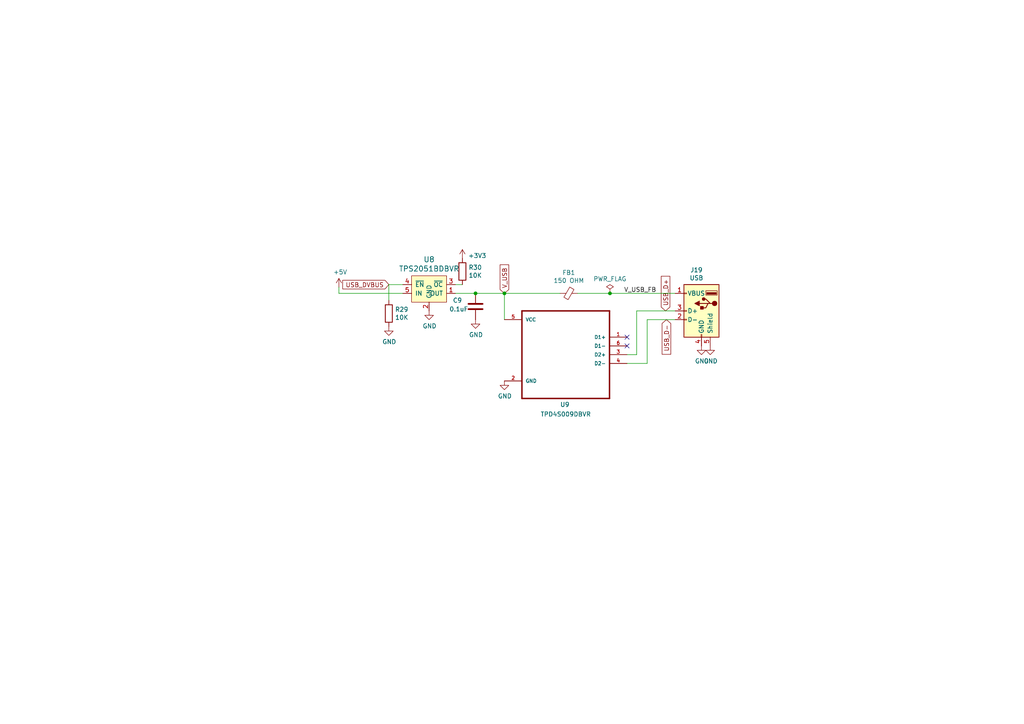
<source format=kicad_sch>
(kicad_sch (version 20211123) (generator eeschema)
  (paper "A4")
  (title_block (title "PB 16") (date "2022-06-05") (rev "v2.2") (company "Scott Hanson"))
  (lib_symbols
    (symbol "Device:C" (pin_numbers hide) (pin_names (offset 0.254))
      (property "Reference" "C" (at 0.635 2.54 0))
      (property "Value" "C" (at 0.635 -2.54 0))
      (symbol "C_0_1"
        (polyline (pts (xy -2.032 -0.762) (xy 2.032 -0.762)) (stroke (width 0.508)))
        (polyline (pts (xy -2.032 0.762) (xy 2.032 0.762)) (stroke (width 0.508)))
      )
      (symbol "C_1_1"
        (pin passive line (at 0 3.81 270) (length 2.794) (name "~") (number "1"))
        (pin passive line (at 0 -3.81 90) (length 2.794) (name "~") (number "2"))
      )
    )
    (symbol "Device:Ferrite_Bead_Small" (pin_numbers hide) (pin_names (offset 0))
      (property "Reference" "FB" (at 1.905 1.27 0))
      (property "Value" "Device_Ferrite_Bead_Small" (at 1.905 -1.27 0))
      (symbol "Ferrite_Bead_Small_0_1"
        (polyline (pts (xy 0 -1.27) (xy 0 -0.7874)))
        (polyline (pts (xy 0 0.889) (xy 0 1.2954)))
        (polyline (pts (xy -1.8288 0.2794) (xy -1.1176 1.4986) (xy 1.8288 -0.2032) (xy 1.1176 -1.4224) (xy -1.8288 0.2794)))
      )
      (symbol "Ferrite_Bead_Small_1_1"
        (pin passive line (at 0 2.54 270) (length 1.27) (name "~") (number "1"))
        (pin passive line (at 0 -2.54 90) (length 1.27) (name "~") (number "2"))
      )
    )
    (symbol "Device:R" (pin_numbers hide) (pin_names (offset 0))
      (property "Reference" "R" (at 2.032 0 90))
      (property "Value" "R" (at 0 0 90))
      (symbol "R_0_1"
        (rectangle (start -1.016 -2.54) (end 1.016 2.54) (stroke (width 0.254)))
      )
      (symbol "R_1_1"
        (pin passive line (at 0 3.81 270) (length 1.27) (name "~") (number "1"))
        (pin passive line (at 0 -3.81 90) (length 1.27) (name "~") (number "2"))
      )
    )
    (symbol "PB_16-rescue:USB_A-Connector" (pin_names (offset 1.016))
      (property "Reference" "J" (at -5.08 11.43 0))
      (property "Value" "USB_A-Connector" (at -5.08 8.89 0))
      (symbol "USB_A-Connector_0_1"
        (rectangle (start -5.08 -7.62) (end 5.08 7.62) (stroke (width 0.254)) (fill (type background)))
        (circle (center -3.81 2.159) (radius 0.635) (stroke (width 0.254)) (fill (type outline)))
        (rectangle (start -1.524 4.826) (end -4.318 5.334) (fill (type outline)))
        (rectangle (start -1.27 4.572) (end -4.572 5.842))
        (circle (center -0.635 3.429) (radius 0.381) (stroke (width 0.254)) (fill (type outline)))
        (rectangle (start -0.127 -7.62) (end 0.127 -6.858))
        (polyline (pts (xy -3.175 2.159) (xy -2.54 2.159) (xy -1.27 3.429) (xy -0.635 3.429)) (stroke (width 0.254)))
        (polyline (pts (xy -2.54 2.159) (xy -1.905 2.159) (xy -1.27 0.889) (xy 0 0.889)) (stroke (width 0.254)))
        (polyline (pts (xy 0.635 2.794) (xy 0.635 1.524) (xy 1.905 2.159) (xy 0.635 2.794)) (stroke (width 0.254)) (fill (type outline)))
        (rectangle (start 0.254 1.27) (end -0.508 0.508) (stroke (width 0.254)) (fill (type outline)))
        (rectangle (start 5.08 -2.667) (end 4.318 -2.413))
        (rectangle (start 5.08 -0.127) (end 4.318 0.127))
        (rectangle (start 5.08 4.953) (end 4.318 5.207))
      )
      (symbol "USB_A-Connector_1_1"
        (polyline (pts (xy -1.905 2.159) (xy 0.635 2.159)) (stroke (width 0.254)))
        (pin power_in line (at 7.62 5.08 180) (length 2.54) (name "VBUS") (number "1"))
        (pin passive line (at 7.62 -2.54 180) (length 2.54) (name "D-") (number "2"))
        (pin passive line (at 7.62 0 180) (length 2.54) (name "D+") (number "3"))
        (pin power_in line (at 0 -10.16 90) (length 2.54) (name "GND") (number "4"))
        (pin passive line (at -2.54 -10.16 90) (length 2.54) (name "Shield") (number "5"))
      )
    )
    (symbol "TPD4S009DBVR:TPD4S009DBVR" (pin_names (offset 1.016))
      (property "Reference" "U" (at -12.7 13.6906 0))
      (property "Value" "TPD4S009DBVR" (at -12.7 -16.6878 0))
      (symbol "TPD4S009DBVR_0_0"
        (polyline (pts (xy -12.7 -12.7) (xy -12.7 12.7)) (stroke (width 0.4064)))
        (polyline (pts (xy -12.7 12.7) (xy 12.7 12.7)) (stroke (width 0.4064)))
        (polyline (pts (xy 12.7 -12.7) (xy -12.7 -12.7)) (stroke (width 0.4064)))
        (polyline (pts (xy 12.7 12.7) (xy 12.7 -12.7)) (stroke (width 0.4064)))
        (pin input line (at -17.78 5.08 0) (length 5.08) (name "D1+") (number "1"))
        (pin power_in line (at 17.78 -7.62 180) (length 5.08) (name "GND") (number "2"))
        (pin input line (at -17.78 0 0) (length 5.08) (name "D2+") (number "3"))
        (pin input line (at -17.78 -2.54 0) (length 5.08) (name "D2-") (number "4"))
        (pin power_in line (at 17.78 10.16 180) (length 5.08) (name "VCC") (number "5"))
        (pin input line (at -17.78 2.54 0) (length 5.08) (name "D1-") (number "6"))
      )
    )
    (symbol "dk_PMIC-Power-Distribution-Switches-Load-Drivers:TPS2051BDBVR" (pin_names (offset 1.016))
      (property "Reference" "U8" (at 0 7.2898 0))
      (property "Value" "TPS2051BDBVR" (at 0 4.5974 0))
      (symbol "TPS2051BDBVR_0_1"
        (rectangle (start -5.08 2.54) (end 5.08 -5.08) (fill (type background)))
      )
      (symbol "TPS2051BDBVR_1_1"
        (pin power_out line (at 7.62 -2.54 180) (length 2.54) (name "OUT") (number "1"))
        (pin power_in line (at 0 -7.62 90) (length 2.54) (name "GND") (number "2"))
        (pin output line (at 7.62 0 180) (length 2.54) (name "~{OC}") (number "3"))
        (pin input line (at -7.62 0 0) (length 2.54) (name "~{EN}") (number "4"))
        (pin power_in line (at -7.62 -2.54 0) (length 2.54) (name "IN") (number "5"))
      )
    )
    (symbol "power:+3.3V" (power) (pin_names (offset 0))
      (property "Value" "+3.3V" (at 0 3.556 0))
      (symbol "+3.3V_0_1"
        (polyline (pts (xy -0.762 1.27) (xy 0 2.54)))
        (polyline (pts (xy 0 0) (xy 0 2.54)))
        (polyline (pts (xy 0 2.54) (xy 0.762 1.27)))
      )
      (symbol "+3.3V_1_1"
        (pin power_in line (at 0 0 90) (length 0) hide (name "+3V3") (number "1"))
      )
    )
    (symbol "power:+5V" (power) (pin_names (offset 0))
      (property "Value" "+5V" (at 0 3.556 0))
      (symbol "+5V_0_1"
        (polyline (pts (xy -0.762 1.27) (xy 0 2.54)))
        (polyline (pts (xy 0 0) (xy 0 2.54)))
        (polyline (pts (xy 0 2.54) (xy 0.762 1.27)))
      )
      (symbol "+5V_1_1"
        (pin power_in line (at 0 0 90) (length 0) hide (name "+5V") (number "1"))
      )
    )
    (symbol "power:GND" (power) (pin_names (offset 0))
      (property "Value" "GND" (at 0 -3.81 0))
      (symbol "GND_0_1"
        (polyline (pts (xy 0 0) (xy 0 -1.27) (xy 1.27 -1.27) (xy 0 -2.54) (xy -1.27 -1.27) (xy 0 -1.27)))
      )
      (symbol "GND_1_1"
        (pin power_in line (at 0 0 270) (length 0) hide (name "GND") (number "1"))
      )
    )
    (symbol "power:PWR_FLAG" (power) (pin_numbers hide) (pin_names (offset 0) hide)
      (property "Value" "PWR_FLAG" (at 0 3.81 0))
      (symbol "PWR_FLAG_0_0"
        (pin power_out line (at 0 0 90) (length 0) (name "pwr") (number "1"))
      )
      (symbol "PWR_FLAG_0_1"
        (polyline (pts (xy 0 0) (xy 0 1.27) (xy -1.016 1.905) (xy 0 2.54) (xy 1.016 1.905) (xy 0 1.27)))
      )
    )
  )
  (junction (at 137.922 85.09))
  (junction (at 176.911 85.09))
  (junction (at 146.304 85.09))
  (no_connect (at 181.864 100.33))
  (no_connect (at 181.864 97.79))
  (wire (pts (xy 184.658 102.87) (xy 181.864 102.87)))
  (wire (pts (xy 195.834 92.71) (xy 187.706 92.71)))
  (wire (pts (xy 132.08 82.55) (xy 134.112 82.55)))
  (wire (pts (xy 176.911 85.09) (xy 167.513 85.09)))
  (wire (pts (xy 137.922 85.09) (xy 146.304 85.09)))
  (wire (pts (xy 176.911 85.09) (xy 195.834 85.09)))
  (wire (pts (xy 184.658 90.17) (xy 195.834 90.17)))
  (wire (pts (xy 116.84 85.09) (xy 98.298 85.09)))
  (wire (pts (xy 146.304 92.71) (xy 146.304 85.09)))
  (wire (pts (xy 112.776 82.55) (xy 112.776 87.122)))
  (wire (pts (xy 146.304 85.09) (xy 162.433 85.09)))
  (wire (pts (xy 116.84 82.55) (xy 112.776 82.55)))
  (wire (pts (xy 137.922 85.09) (xy 132.08 85.09)))
  (wire (pts (xy 184.658 90.17) (xy 184.658 102.87)))
  (wire (pts (xy 98.298 83.312) (xy 98.298 85.09)))
  (wire (pts (xy 181.864 105.41) (xy 187.706 105.41)))
  (wire (pts (xy 187.706 92.71) (xy 187.706 105.41)))
  (label "V_USB_FB" (at 180.975 85.09 0))
  (global_label "USB_DVBUS" (shape input) (at 112.776 82.55 180) (property "Intersheet References" "${INTERSHEET_REFS}" (effects hide)))
  (global_label "V_USB" (shape input) (at 146.304 85.09 90) (property "Intersheet References" "${INTERSHEET_REFS}" (effects hide)))
  (global_label "USB_D-" (shape input) (at 193.294 92.71 270) (property "Intersheet References" "${INTERSHEET_REFS}" (effects hide)))
  (global_label "USB_D+" (shape input) (at 193.04 90.17 90) (property "Intersheet References" "${INTERSHEET_REFS}" (effects hide)))
  (symbol (lib_id "dk_PMIC-Power-Distribution-Switches-Load-Drivers:TPS2051BDBVR") (at 124.46 82.55 0) (unit 1)
    (property "Reference" "U8" (at 124.46 75.2602 0) (effects (font (size 1.524 1.524))))
    (property "Value" "TPS2051BDBVR" (at 124.46 77.9526 0) (effects (font (size 1.524 1.524))))
    (property "Footprint" "digikey-footprints:SOT-753" (effects hide))
    (property "Datasheet" "http://www.ti.com/general/docs/suppproductinfo.tsp?distId=10&gotoUrl=http%3A%2F%2Fwww.ti.com%2Flit%2Fgpn%2Ftps2051b" (effects hide))
    (property "MPN" "TPS2051BDBVR" (effects hide))
    (property "Category" "Integrated Circuits (ICs)" (effects hide))
    (property "Family" "PMIC - Power Distribution Switches, Load Drivers" (effects hide))
    (property "DK_Datasheet_Link" "http://www.ti.com/general/docs/suppproductinfo.tsp?distId=10&gotoUrl=http%3A%2F%2Fwww.ti.com%2Flit%2Fgpn%2Ftps2051b" (effects hide))
    (property "DK_Detail_Page" "/product-detail/en/texas-instruments/TPS2051BDBVR/296-21265-1-ND/1219985" (effects hide))
    (property "Description" "IC PWR DIST SWITCH SNGL SOT23-5" (effects hide))
    (property "Manufacturer" "Texas Instruments" (effects hide))
    (property "Status" "Active" (effects hide))
    (property "Digi-Key_PN" "296-21265-1-ND" (effects hide))
    (property "LCSC" "C24593" (effects hide))
  )
  (symbol (lib_id "Device:C") (at 137.922 88.9 0) (unit 1)
    (property "Reference" "C9" (at 131.318 87.122 0) (effects (justify left)))
    (property "Value" "0.1uF" (at 130.302 89.662 0) (effects (justify left)))
    (property "Footprint" "Capacitor_SMD:C_0603_1608Metric_Pad1.08x0.95mm_HandSolder" (effects hide))
    (property "Digi-Key_PN" "1276-1935-2-ND" (effects hide))
    (property "MPN" "CL10B104KB8NNWC" (effects hide))
    (property "LCSC" "C14663" (effects hide))
  )
  (symbol (lib_id "power:GND") (at 137.922 92.71 0) (unit 1)
    (property "Reference" "#PWR085" (effects hide))
    (property "Value" "GND" (at 138.049 97.1042 0))
  )
  (symbol (lib_id "power:+5V") (at 98.298 83.312 0) (unit 1)
    (property "Reference" "#PWR081" (effects hide))
    (property "Value" "+5V" (at 98.679 78.9178 0))
  )
  (symbol (lib_id "PB_16-rescue:USB_A-Connector") (at 203.454 90.17 0) (mirror y) (unit 1)
    (property "Reference" "J19" (at 202.0062 78.3082 0))
    (property "Value" "USB" (at 202.0062 80.6196 0))
    (property "Footprint" "Connector_USB:USB_A_Molex_105057_Vertical" (effects hide))
    (property "Datasheet" " ~" (effects hide))
    (property "Digi-Key_PN" "WM8672-ND" (effects hide))
    (property "MPN" "1050570001" (effects hide))
    (property "LCSC" "C39455" (effects hide))
  )
  (symbol (lib_id "Device:Ferrite_Bead_Small") (at 164.973 85.09 270) (unit 1)
    (property "Reference" "FB1" (at 164.973 79.0702 90))
    (property "Value" "150 OHM" (at 164.973 81.3816 90))
    (property "Footprint" "Inductor_SMD:L_0805_2012Metric_Pad1.15x1.40mm_HandSolder" (effects hide))
    (property "Digi-Key_PN" "MU2029-151YCT-ND" (effects hide))
    (property "MPN" "MU2029-151Y" (effects hide))
    (property "LCSC" "C1015" (effects hide))
  )
  (symbol (lib_id "Device:R") (at 134.112 78.74 0) (unit 1)
    (property "Reference" "R30" (at 135.89 77.5716 0) (effects (justify left)))
    (property "Value" "10K" (at 135.89 79.883 0) (effects (justify left)))
    (property "Footprint" "Resistor_SMD:R_0603_1608Metric_Pad0.98x0.95mm_HandSolder" (effects hide))
    (property "Digi-Key_PN" "311-10.0KHRCT-ND" (effects hide))
    (property "MPN" "RC0603FR-0710KL" (effects hide))
    (property "LCSC" "C25804" (effects hide))
  )
  (symbol (lib_id "Device:R") (at 112.776 90.932 0) (unit 1)
    (property "Reference" "R29" (at 114.554 89.7636 0) (effects (justify left)))
    (property "Value" "10K" (at 114.554 92.075 0) (effects (justify left)))
    (property "Footprint" "Resistor_SMD:R_0603_1608Metric_Pad0.98x0.95mm_HandSolder" (effects hide))
    (property "Digi-Key_PN" "311-10.0KHRCT-ND" (effects hide))
    (property "MPN" "RC0603FR-0710KL" (effects hide))
    (property "LCSC" "C25804" (effects hide))
  )
  (symbol (lib_id "power:GND") (at 205.994 100.33 0) (unit 1)
    (property "Reference" "#PWR088" (effects hide))
    (property "Value" "GND" (at 206.121 104.7242 0))
  )
  (symbol (lib_id "power:GND") (at 203.454 100.33 0) (unit 1)
    (property "Reference" "#PWR087" (effects hide))
    (property "Value" "GND" (at 203.581 104.7242 0))
  )
  (symbol (lib_id "power:GND") (at 112.776 94.742 0) (unit 1)
    (property "Reference" "#PWR082" (effects hide))
    (property "Value" "GND" (at 112.903 99.1362 0))
  )
  (symbol (lib_id "power:GND") (at 124.46 90.17 0) (unit 1)
    (property "Reference" "#PWR083" (effects hide))
    (property "Value" "GND" (at 124.587 94.5642 0))
  )
  (symbol (lib_id "power:GND") (at 146.304 110.49 0) (unit 1)
    (property "Reference" "#PWR086" (effects hide))
    (property "Value" "GND" (at 146.431 114.8842 0))
  )
  (symbol (lib_id "power:+3.3V") (at 134.112 74.93 0) (unit 1)
    (property "Reference" "#PWR084" (effects hide))
    (property "Value" "+3.3V" (at 138.43 74.168 0))
  )
  (symbol (lib_id "TPD4S009DBVR:TPD4S009DBVR") (at 164.084 102.87 0) (mirror y) (unit 1)
    (property "Reference" "U9" (at 163.83 117.348 0))
    (property "Value" "TPD4S009DBVR" (at 164.084 120.142 0))
    (property "Footprint" "Package_TO_SOT_SMD:SOT-23-6_Handsoldering" (effects hide))
    (property "Digi-Key_PN" "296-23749-1-ND" (effects hide))
    (property "LCSC" "C88032" (effects hide))
    (property "MPN" "TPD4S009DBVR" (effects hide))
  )
  (symbol (lib_id "power:PWR_FLAG") (at 176.911 85.09 0) (unit 1)
    (property "Reference" "#FLG0104" (effects hide))
    (property "Value" "PWR_FLAG" (at 176.911 80.899 0))
  )
)
</source>
